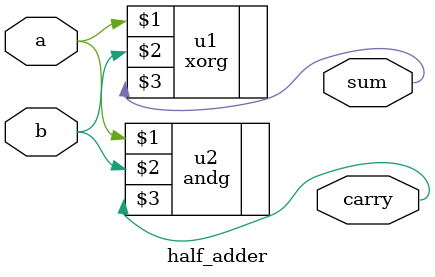
<source format=v>
`ifndef andg
  `include "src/andg.v"
`endif

`ifndef xorg
  `include "src/xorg.v"
`endif

`define half_adder 1

module half_adder (input a, input b, output sum, output carry);
  xorg u1 (a, b, sum);
  andg u2 (a, b, carry);
endmodule

</source>
